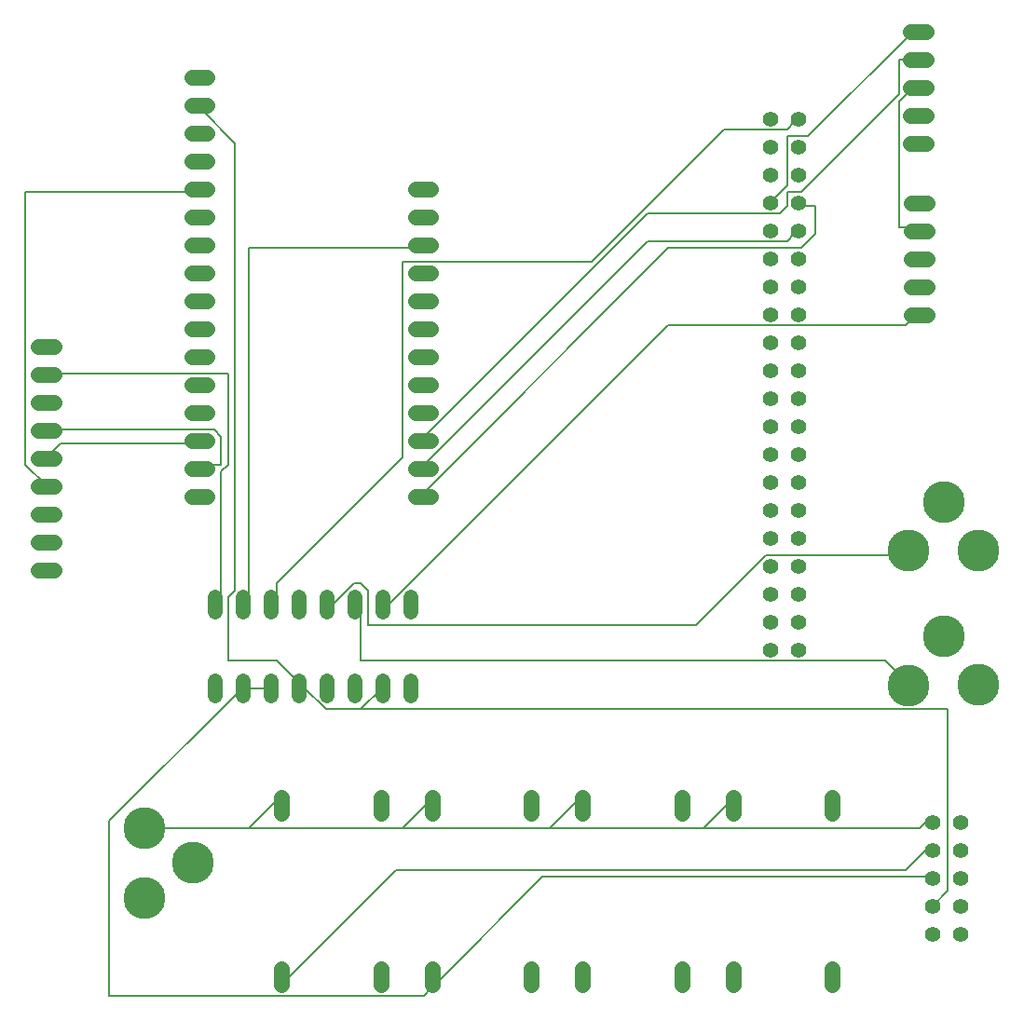
<source format=gbr>
G04 EAGLE Gerber RS-274X export*
G75*
%MOMM*%
%FSLAX34Y34*%
%LPD*%
%INBottom Copper*%
%IPPOS*%
%AMOC8*
5,1,8,0,0,1.08239X$1,22.5*%
G01*
%ADD10C,1.320800*%
%ADD11C,1.408000*%
%ADD12C,1.408000*%
%ADD13C,3.810000*%
%ADD14C,0.152400*%


D10*
X369570Y285496D02*
X369570Y298704D01*
X344170Y298704D02*
X344170Y285496D01*
X217170Y285496D02*
X217170Y298704D01*
X191770Y298704D02*
X191770Y285496D01*
X318770Y285496D02*
X318770Y298704D01*
X293370Y298704D02*
X293370Y285496D01*
X242570Y285496D02*
X242570Y298704D01*
X267970Y298704D02*
X267970Y285496D01*
X191770Y361696D02*
X191770Y374904D01*
X217170Y374904D02*
X217170Y361696D01*
X242570Y361696D02*
X242570Y374904D01*
X267970Y374904D02*
X267970Y361696D01*
X293370Y361696D02*
X293370Y374904D01*
X318770Y374904D02*
X318770Y361696D01*
X344170Y361696D02*
X344170Y374904D01*
X369570Y374904D02*
X369570Y361696D01*
D11*
X373325Y466090D02*
X387405Y466090D01*
X387405Y491490D02*
X373325Y491490D01*
X373325Y516890D02*
X387405Y516890D01*
X387405Y542290D02*
X373325Y542290D01*
X373325Y567690D02*
X387405Y567690D01*
X387405Y593090D02*
X373325Y593090D01*
X373325Y618490D02*
X387405Y618490D01*
X387405Y643890D02*
X373325Y643890D01*
X373325Y669290D02*
X387405Y669290D01*
X387405Y694690D02*
X373325Y694690D01*
X373325Y720090D02*
X387405Y720090D01*
X387405Y745490D02*
X373325Y745490D01*
X184205Y466090D02*
X170125Y466090D01*
X170125Y491490D02*
X184205Y491490D01*
X184205Y516890D02*
X170125Y516890D01*
X170125Y542290D02*
X184205Y542290D01*
X184205Y567690D02*
X170125Y567690D01*
X170125Y593090D02*
X184205Y593090D01*
X184205Y618490D02*
X170125Y618490D01*
X170125Y643890D02*
X184205Y643890D01*
X184205Y669290D02*
X170125Y669290D01*
X170125Y694690D02*
X184205Y694690D01*
X184205Y720090D02*
X170125Y720090D01*
X170125Y745490D02*
X184205Y745490D01*
X184205Y770890D02*
X170125Y770890D01*
X170125Y796290D02*
X184205Y796290D01*
X184205Y821690D02*
X170125Y821690D01*
X170125Y847090D02*
X184205Y847090D01*
D12*
X695960Y809625D03*
X721360Y809625D03*
X721360Y784225D03*
X721360Y758825D03*
X721360Y733425D03*
X721360Y708025D03*
X721360Y682625D03*
X721360Y657225D03*
X721360Y631825D03*
X721360Y606425D03*
X721360Y581025D03*
X721360Y555625D03*
X721360Y530225D03*
X721360Y504825D03*
X721360Y479425D03*
X721360Y454025D03*
X721360Y428625D03*
X721360Y403225D03*
X721360Y377825D03*
X721360Y352425D03*
X721360Y327025D03*
X695960Y784225D03*
X695960Y758825D03*
X695960Y733425D03*
X695960Y708025D03*
X695960Y682625D03*
X695960Y657225D03*
X695960Y631825D03*
X695960Y606425D03*
X695960Y581025D03*
X695960Y555625D03*
X695960Y530225D03*
X695960Y504825D03*
X695960Y479425D03*
X695960Y454025D03*
X695960Y428625D03*
X695960Y403225D03*
X695960Y377825D03*
X695960Y352425D03*
X695960Y327025D03*
D13*
X171450Y133350D03*
X127000Y101600D03*
X127000Y165100D03*
X853440Y339537D03*
X885268Y295142D03*
X821768Y295031D03*
X853595Y461645D03*
X885345Y417195D03*
X821845Y417195D03*
D12*
X843280Y170180D03*
X843280Y144780D03*
X843280Y119380D03*
X843280Y93980D03*
X843280Y68580D03*
X868680Y170180D03*
X868680Y144780D03*
X868680Y119380D03*
X868680Y93980D03*
X868680Y68580D03*
D11*
X45140Y602615D02*
X31060Y602615D01*
X31060Y577215D02*
X45140Y577215D01*
X45140Y551815D02*
X31060Y551815D01*
X31060Y526415D02*
X45140Y526415D01*
X45140Y501015D02*
X31060Y501015D01*
X31060Y475615D02*
X45140Y475615D01*
X45140Y450215D02*
X31060Y450215D01*
X31060Y424815D02*
X45140Y424815D01*
X45140Y399415D02*
X31060Y399415D01*
X525568Y192880D02*
X525568Y178800D01*
X615568Y178800D02*
X615568Y192880D01*
X525568Y36960D02*
X525568Y22880D01*
X615568Y22880D02*
X615568Y36960D01*
X388832Y178800D02*
X388832Y192880D01*
X478832Y192880D02*
X478832Y178800D01*
X388832Y36960D02*
X388832Y22880D01*
X478832Y22880D02*
X478832Y36960D01*
X252095Y178800D02*
X252095Y192880D01*
X342095Y192880D02*
X342095Y178800D01*
X252095Y36960D02*
X252095Y22880D01*
X342095Y22880D02*
X342095Y36960D01*
X662305Y178800D02*
X662305Y192880D01*
X752305Y192880D02*
X752305Y178800D01*
X662305Y36960D02*
X662305Y22880D01*
X752305Y22880D02*
X752305Y36960D01*
X824175Y631825D02*
X838255Y631825D01*
X838255Y657225D02*
X824175Y657225D01*
X824175Y682625D02*
X838255Y682625D01*
X838255Y708025D02*
X824175Y708025D01*
X824175Y733425D02*
X838255Y733425D01*
X837620Y787400D02*
X823540Y787400D01*
X823540Y812800D02*
X837620Y812800D01*
X837620Y838200D02*
X823540Y838200D01*
X823540Y863600D02*
X837620Y863600D01*
X837620Y889000D02*
X823540Y889000D01*
D14*
X838200Y146050D02*
X819150Y127000D01*
X355600Y127000D01*
X254000Y25400D01*
X838200Y146050D02*
X843280Y144780D01*
X254000Y25400D02*
X252095Y22880D01*
X196850Y368300D02*
X196850Y488950D01*
X203200Y495300D01*
X203200Y577850D01*
X38100Y577850D01*
X191770Y368300D02*
X196850Y368300D01*
X38100Y577215D02*
X38100Y577850D01*
X273050Y292100D02*
X292100Y273050D01*
X323850Y273050D01*
X342900Y292100D01*
X344170Y292100D01*
X843280Y93980D02*
X857250Y107950D01*
X857250Y273050D01*
X323850Y273050D01*
X209550Y787400D02*
X177800Y819150D01*
X209550Y787400D02*
X209550Y381000D01*
X203200Y374650D01*
X203200Y317500D01*
X247650Y317500D01*
X273050Y292100D01*
X177800Y819150D02*
X177165Y821690D01*
X267970Y292100D02*
X273050Y292100D01*
X190500Y527050D02*
X38100Y527050D01*
X190500Y527050D02*
X196850Y520700D01*
X196850Y495300D01*
X177800Y495300D01*
X38100Y526415D02*
X38100Y527050D01*
X177800Y495300D02*
X177165Y491490D01*
X50800Y514350D02*
X38100Y501650D01*
X50800Y514350D02*
X171450Y514350D01*
X38100Y501650D02*
X38100Y501015D01*
X171450Y514350D02*
X177165Y516890D01*
X217170Y292100D02*
X242570Y292100D01*
X488950Y120650D02*
X393700Y25400D01*
X488950Y120650D02*
X838200Y120650D01*
X393700Y25400D02*
X388832Y22880D01*
X838200Y120650D02*
X843280Y119380D01*
X215900Y292100D02*
X95250Y171450D01*
X95250Y12700D01*
X381000Y12700D01*
X387350Y19050D01*
X217170Y292100D02*
X215900Y292100D01*
X388832Y22880D02*
X387350Y19050D01*
X222250Y368300D02*
X222250Y692150D01*
X374650Y692150D01*
X222250Y368300D02*
X217170Y368300D01*
X374650Y692150D02*
X380365Y694690D01*
X247650Y387350D02*
X247650Y368300D01*
X247650Y387350D02*
X361950Y501650D01*
X361950Y679450D01*
X533400Y679450D01*
X654050Y800100D01*
X711200Y800100D01*
X717550Y806450D01*
X247650Y368300D02*
X242570Y368300D01*
X717550Y806450D02*
X721360Y809625D01*
X603250Y692150D02*
X381000Y469900D01*
X603250Y692150D02*
X723900Y692150D01*
X736600Y704850D01*
X736600Y730250D01*
X723900Y730250D01*
X381000Y469900D02*
X380365Y466090D01*
X721360Y733425D02*
X723900Y730250D01*
X584200Y698500D02*
X381000Y495300D01*
X584200Y698500D02*
X711200Y698500D01*
X717550Y704850D01*
X381000Y495300D02*
X380365Y491490D01*
X717550Y704850D02*
X721360Y708025D01*
X317500Y387350D02*
X298450Y368300D01*
X317500Y387350D02*
X323850Y387350D01*
X330200Y381000D01*
X330200Y349250D01*
X628650Y349250D01*
X692150Y412750D01*
X819150Y412750D01*
X298450Y368300D02*
X293370Y368300D01*
X819150Y412750D02*
X821845Y417195D01*
X247650Y190500D02*
X222250Y165100D01*
X127000Y165100D01*
X247650Y190500D02*
X252095Y192880D01*
X361950Y165100D02*
X387350Y190500D01*
X361950Y165100D02*
X222250Y165100D01*
X387350Y190500D02*
X388832Y192880D01*
X495300Y165100D02*
X520700Y190500D01*
X495300Y165100D02*
X361950Y165100D01*
X520700Y190500D02*
X525568Y192880D01*
X635000Y165100D02*
X660400Y190500D01*
X635000Y165100D02*
X495300Y165100D01*
X660400Y190500D02*
X662305Y192880D01*
X831850Y165100D02*
X838200Y171450D01*
X831850Y165100D02*
X635000Y165100D01*
X838200Y171450D02*
X843280Y170180D01*
X323850Y317500D02*
X323850Y368300D01*
X323850Y317500D02*
X800100Y317500D01*
X819150Y298450D01*
X323850Y368300D02*
X318770Y368300D01*
X819150Y298450D02*
X821768Y295031D01*
X603250Y622300D02*
X349250Y368300D01*
X603250Y622300D02*
X819150Y622300D01*
X825500Y628650D01*
X349250Y368300D02*
X344170Y368300D01*
X825500Y628650D02*
X831215Y631825D01*
X812800Y825500D02*
X825500Y838200D01*
X812800Y825500D02*
X812800Y711200D01*
X825500Y711200D01*
X825500Y838200D02*
X830580Y838200D01*
X825500Y711200D02*
X831215Y708025D01*
X584200Y723900D02*
X381000Y520700D01*
X584200Y723900D02*
X704850Y723900D01*
X711200Y730250D01*
X711200Y742950D01*
X723900Y742950D01*
X812800Y831850D01*
X812800Y863600D01*
X830580Y863600D01*
X381000Y520700D02*
X380365Y516890D01*
X698500Y736600D02*
X711200Y749300D01*
X711200Y793750D01*
X730250Y793750D01*
X825500Y889000D01*
X698500Y736600D02*
X695960Y733425D01*
X825500Y889000D02*
X830580Y889000D01*
X38100Y476250D02*
X19050Y495300D01*
X19050Y742950D01*
X171450Y742950D01*
X38100Y476250D02*
X38100Y475615D01*
X171450Y742950D02*
X177165Y745490D01*
M02*

</source>
